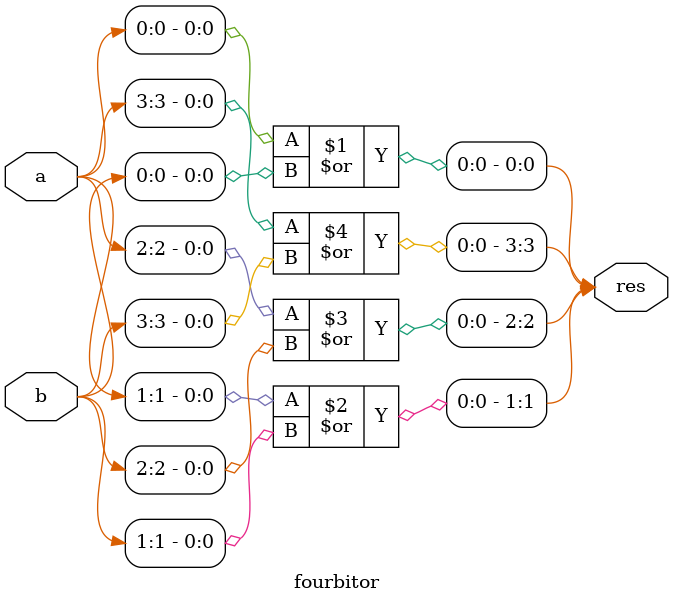
<source format=v>
module fourbitor(input [3:0]a,input [3:0]b,output [3:0] res);

or or0(res[0],a[0],b[0]);
or or1(res[1],a[1],b[1]);
or or2(res[2],a[2],b[2]);
or or3(res[3],a[3],b[3]);

endmodule
</source>
